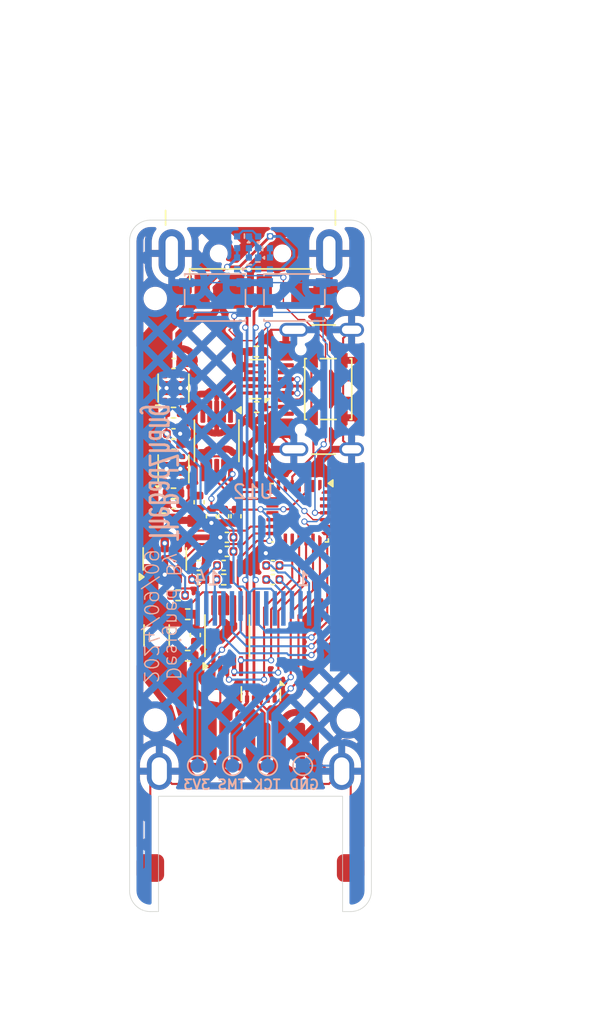
<source format=kicad_pcb>
(kicad_pcb (version 20240108) (generator "pcbnew") (generator_version "8.0")
  (layers (0 "F.Cu" signal) (31 "B.Cu" signal) (34 "B.Paste" user) (35 "F.Paste" user) (36 "B.SilkS" user "B.Silkscreen") (37 "F.SilkS" user "F.Silkscreen") (38 "B.Mask" user) (39 "F.Mask" user) (44 "Edge.Cuts" user))
  (net 0 "")
  (net 1 "+5V")
  (net 2 "VBUS")
  (net 3 "+3V3")
  (net 4 "/SDA2")
  (net 5 "/SCL2")
  (net 6 "GND")
  (net 7 "/SYS_SWDIO")
  (net 8 "/NRST")
  (net 9 "/D+")
  (net 10 "/D-")
  (net 11 "/ch217x/VOUT")
  (net 12 "/SYS_SWCLK")
  (net 13 "/D2+")
  (net 14 "Net-(J3-CC2)")
  (net 19 "/OLED_VCC")
  (net 20 "Net-(J3-CC1)")
  (net 21 "/D2-")
  (net 25 "/KEY1")
  (net 26 "/KEY2")
  (net 29 "/SCL")
  (net 31 "/UART_RX")
  (net 32 "Net-(U9-Vin-)")
  (net 33 "Net-(U9-Vin+)")
  (net 34 "Net-(U12-C2P)")
  (net 35 "Net-(U12-C2N)")
  (net 36 "Net-(U12-C1P)")
  (net 37 "Net-(U12-C1N)")
  (net 38 "Net-(U12-VCOMH)")
  (net 39 "Net-(U12-VCC)")
  (net 42 "Net-(U10-PG)")
  (net 43 "Net-(U11-ISET)")
  (net 44 "Net-(U12-IREF)")
  (net 45 "Net-(U8-D2+)")
  (net 46 "Net-(U8-D2-)")
  (net 47 "Net-(U14-PG)")
  (net 48 "/WS2812_OUT")
  (net 49 "/SDA")
  (net 53 "/UART_TX")
  (net 54 "/OLED_RST")
  (net 55 "/~{INA226_ALERT}")
  (net 56 "/CH217_FLAG")
  (net 57 "/~{CH217_EN}")
  (net 58 "Net-(D2-DOUT)")
  (net 59 "Net-(U3-D1+)")
  (net 60 "Net-(U3-D1-)")
  (net 61 "Net-(D3-DOUT)")
  (net 62 "Net-(D4-DOUT)")
  (footprint "Capacitor_SMD:C_0402_1005Metric" (layer "F.Cu") (at 110.617 93.218)
    (property "Reference" "C8" (hide yes))
    (property "Value" "1uF")
  )
  (footprint "Capacitor_SMD:C_0402_1005Metric" (layer "F.Cu") (at 107.95 88.646 -90)
    (property "Reference" "C2" (hide yes))
    (property "Value" "0.1uF")
  )
  (footprint "Capacitor_SMD:C_0402_1005Metric" (layer "F.Cu") (at 105.255 93.218)
    (property "Reference" "C13" (hide yes))
    (property "Value" "0.1uF")
  )
  (footprint "Connector_USB:USB_C_Receptacle_GCT_USB4105-xx-A_16P_TopMnt_Horizontal" (layer "F.Cu") (at 115.2398 79.48 90)
    (property "Reference" "J3" (hide yes))
    (property "Value" "USB_C_Receptacle_USB2.0_16P")
  )
  (footprint "Resistor_SMD:R_0402_1005Metric" (layer "F.Cu") (at 103.4288 81.153)
    (property "Reference" "R12" (hide yes))
    (property "Value" "5.1k")
  )
  (footprint "Capacitor_SMD:C_0402_1005Metric" (layer "F.Cu") (at 106.172 88.646 -90)
    (property "Reference" "C26" (hide yes))
    (property "Value" "2.2uF")
  )
  (footprint "Resistor_SMD:R_1206_3216Metric" (layer "F.Cu") (at 102.2078 97.23 -90)
    (property "Reference" "R4" (hide yes))
    (property "Value" "20mR")
  )
  (footprint "Resistor_SMD:R_0402_1005Metric" (layer "F.Cu") (at 109.4486 80.7466 180)
    (property "Reference" "R2" (hide yes))
    (property "Value" "5.1k")
  )
  (footprint "Resistor_SMD:R_0402_1005Metric" (layer "F.Cu") (at 104.4578 95.73)
    (property "Reference" "R3" (hide yes))
    (property "Value" "68R")
  )
  (footprint "Capacitor_SMD:C_0402_1005Metric" (layer "F.Cu") (at 103.4288 77.597)
    (property "Reference" "C19" (hide yes))
    (property "Value" "10uF")
  )
  (footprint "Package_SON:WSON-6-1EP_2x2mm_P0.65mm_EP1x1.6mm_ThermalVias" (layer "F.Cu") (at 103.4288 79.375 90)
    (property "Reference" "U14" (hide yes))
    (property "Value" "LP5912-3.3DRV")
  )
  (footprint "my_connector:C2763021" (layer "F.Cu") (at 109 109.58)
    (property "Reference" "J2" (hide yes))
    (property "Value" "USB_A")
  )
  (footprint "Package_SON:WSON-6-1EP_2x2mm_P0.65mm_EP1x1.6mm_ThermalVias" (layer "F.Cu") (at 103.4288 85.217 90)
    (property "Reference" "U10" (hide yes))
    (property "Value" "LP5912-3.3DRV")
  )
  (footprint "Connector_USB:USB_A_CNCTech_1001-011-01101_Horizontal" (layer "F.Cu") (at 109 62.738 90)
    (property "Reference" "J1" (hide yes))
    (property "Value" "USB_A")
  )
  (footprint "Resistor_SMD:R_0402_1005Metric" (layer "F.Cu") (at 103.4288 86.995)
    (property "Reference" "R6" (hide yes))
    (property "Value" "5.1k")
  )
  (footprint "my_footprint:KEY-SMD_4P-L4.2-W3.4-P2.15-LS4.5-TL" (layer "F.Cu") (at 114.554 79.502 -90)
    (property "Reference" "SW5" (hide yes))
    (property "Value" "SW_Push")
  )
  (footprint "Package_SO:VSSOP-10_3x3mm_P0.5mm" (layer "F.Cu") (at 107.315 97.282 90)
    (property "Reference" "U9" (hide yes))
    (property "Value" "INA228")
  )
  (footprint "Resistor_SMD:R_0402_1005Metric" (layer "F.Cu") (at 103.759 94.361)
    (property "Reference" "R7" (hide yes))
    (property "Value" "100k")
  )
  (footprint "my_connector:mountinghold_nopad_m1.4" (layer "F.Cu") (at 116.078 103.378)
    (property "Reference" "H4" (hide yes))
    (property "Value" "MountingHole")
  )
  (footprint "Capacitor_SMD:C_0402_1005Metric" (layer "F.Cu") (at 110.617 92.202)
    (property "Reference" "C7" (hide yes))
    (property "Value" "1uF")
  )
  (footprint "Package_SON:USON-10_2.5x1.0mm_P0.5mm" (layer "F.Cu") (at 109.75 101.477 -90)
    (property "Reference" "U3" (hide yes))
    (property "Value" "TPD4E05U06DQA")
  )
  (footprint "Capacitor_SMD:C_0402_1005Metric" (layer "F.Cu") (at 103.4288 83.439)
    (property "Reference" "C4" (hide yes))
    (property "Value" "10uF")
  )
  (footprint "my_connector:mountinghold_nopad_m1.4" (layer "F.Cu") (at 116.078 72.898)
    (property "Reference" "H2" (hide yes))
    (property "Value" "MountingHole")
  )
  (footprint "Capacitor_SMD:C_0402_1005Metric" (layer "F.Cu") (at 107.2896 90.17 180)
    (property "Reference" "C10" (hide yes))
    (property "Value" "4.7uF")
  )
  (footprint "my_connector:mountinghold_nopad_m1.4" (layer "F.Cu") (at 102.108 72.898)
    (property "Reference" "H1" (hide yes))
    (property "Value" "MountingHole")
  )
  (footprint "Capacitor_SMD:C_0402_1005Metric" (layer "F.Cu") (at 105.283 87.63 90)
    (property "Reference" "C1" (hide yes))
    (property "Value" "0.1uF")
  )
  (footprint "Capacitor_SMD:C_0402_1005Metric" (layer "F.Cu") (at 103.4288 82.677)
    (property "Reference" "C20" (hide yes))
    (property "Value" "4.7uF")
  )
  (footprint "Package_DFN_QFN:QFN-28_4x4mm_P0.5mm" (layer "F.Cu") (at 112.522 88.392 -90)
    (property "Reference" "U2" (hide yes))
    (property "Value" "STM32G031G8Ux")
  )
  (footprint "Capacitor_SMD:C_0402_1005Metric" (layer "F.Cu") (at 107.061 88.646 -90)
    (property "Reference" "C25" (hide yes))
    (property "Value" "100nF")
  )
  (footprint "Capacitor_SMD:C_0402_1005Metric" (layer "F.Cu") (at 107.2896 91.186 180)
    (property "Reference" "C9" (hide yes))
    (property "Value" "0.1uF")
  )
  (footprint "Resistor_SMD:R_0402_1005Metric" (layer "F.Cu") (at 107.061 93.218 180)
    (property "Reference" "R8" (hide yes))
    (property "Value" "560K")
  )
  (footprint "Resistor_SMD:R_0402_1005Metric" (layer "F.Cu") (at 104.4578 98.73)
    (property "Reference" "R5" (hide yes))
    (property "Value" "68R")
  )
  (footprint "Resistor_SMD:R_0402_1005Metric" (layer "F.Cu") (at 109.4232 76.7334 180)
    (property "Reference" "R1" (hide yes))
    (property "Value" "5.1k")
  )
  (footprint "Capacitor_SMD:C_0603_1608Metric" (layer "F.Cu") (at 102.7078 88.93 180)
    (property "Reference" "C6" (hide yes))
    (property "Value" "10uF")
  )
  (footprint "Package_SON:USON-10_2.5x1.0mm_P0.5mm" (layer "F.Cu") (at 109.4486 78.7306 180)
    (property "Reference" "U8" (hide yes))
    (property "Value" "TPD4E05U06DQA")
  )
  (footprint "Capacitor_SMD:C_0402_1005Metric" (layer "F.Cu") (at 105.255 92.202)
    (property "Reference" "C12" (hide yes))
    (property "Value" "4.7uF")
  )
  (footprint "my_connector:mountinghold_nopad_m1.4" (layer "F.Cu") (at 102.108 103.378)
    (property "Reference" "H3" (hide yes))
    (property "Value" "MountingHole")
  )
  (footprint "Package_SO:MSOP-10_3x3mm_P0.5mm" (layer "F.Cu") (at 106.553 83.185 -90)
    (property "Reference" "U7" (hide yes))
    (property "Value" "CH340E")
  )
  (footprint "Package_TO_SOT_SMD:TSOT-23-6" (layer "F.Cu") (at 102.7938 91.73 90)
    (property "Reference" "U11" (hide yes))
    (property "Value" "CH217K")
  )
  (footprint "Capacitor_SMD:C_0402_1005Metric" (layer "F.Cu") (at 105.0078 97.23 -90)
    (property "Reference" "C3" (hide yes))
    (property "Value" "100nF")
  )
  (footprint "Capacitor_SMD:C_0402_1005Metric" (layer "F.Cu") (at 103.4288 87.73)
    (property "Reference" "C5" (hide yes))
    (property "Value" "4.7uF")
  )
  (footprint "Capacitor_SMD:C_0402_1005Metric" (layer "F.Cu") (at 107.061 92.202)
    (property "Reference" "C11" (hide yes))
    (property "Value" "2.2uF")
  )
  (footprint "my_footprint:ws2812-1010" (layer "B.Cu") (at 109.982 68.834 90)
    (property "Reference" "D4" (hide yes))
    (property "Value" "WS2812B-2020")
  )
  (footprint "TestPoint:TestPoint_Pad_D1.0mm" (layer "B.Cu") (at 112.776 106.68 180)
    (property "Reference" "TP1" (hide yes))
    (property "Value" "TestPoint")
  )
  (footprint "TestPoint:TestPoint_Pad_D1.0mm" (layer "B.Cu") (at 110.236 106.68 180)
    (property "Reference" "TP3" (hide yes))
    (property "Value" "TestPoint")
  )
  (footprint "my_footprint:ws2812-1010" (layer "B.Cu") (at 108.458 68.834 -90)
    (property "Reference" "D3" (hide yes))
    (property "Value" "WS2812B-2020")
  )
  (footprint "TestPoint:TestPoint_Pad_D1.0mm" (layer "B.Cu") (at 105.156 106.68 180)
    (property "Reference" "TP2" (hide yes))
    (property "Value" "TestPoint")
  )
  (footprint "TestPoint:TestPoint_Pad_D1.0mm" (layer "B.Cu") (at 107.696 106.68 180)
    (property "Reference" "TP4" (hide yes))
    (property "Value" "TestPoint")
  )
  (footprint "my_footprint:iic_oled_12864_ssd1312_2" (layer "B.Cu") (at 109.1946 89.408 180)
    (property "Reference" "U12")
    (property "Value" "~")
  )
  (footprint "my_footprint:KEY-SMD_4P-L4.2-W3.4-P2.15-LS4.5-TL" (layer "B.Cu") (at 112.1208 72.898 180)
    (property "Reference" "SW3" (hide yes))
    (property "Value" "SW_Push")
  )
  (footprint "my_footprint:ws2812-1010" (layer "B.Cu") (at 108.458 70.358 180)
    (property "Reference" "D2" (hide yes))
    (property "Value" "WS2812B-2020")
  )
  (footprint "my_footprint:ws2812-1010" (layer "B.Cu") (at 109.982 70.358)
    (property "Reference" "D5" (hide yes))
    (property "Value" "WS2812B-2020")
  )
  (footprint "my_footprint:KEY-SMD_4P-L4.2-W3.4-P2.15-LS4.5-TL" (layer "B.Cu") (at 106.3804 72.898 180)
    (property "Reference" "SW4" (hide yes))
    (property "Value" "SW_Push")
  )
  (gr_poly (pts (xy 101.0158 92.202) (xy 102.235 92.202) (xy 102.235 94.107) (xy 102.743 95.123) (xy 104.2924 95.123) (xy 104.2924 96.52) (xy 101.219 96.52) (xy 101.0158 95.885)) (stroke (width 0.2)) (fill solid) (layer "F.Cu") (net 11))
  (gr_poly (pts (xy 101.0158 76.835) (xy 102.616 75.057) (xy 103.251 75.184) (xy 103.251 77.216) (xy 103.251 77.851) (xy 102.87 78.232) (xy 102.87 78.5622) (xy 102.362 78.5622) (xy 102.235 78.74) (xy 102.235 83.2612) (xy 103.0986 83.2612) (xy 103.0986 83.6168) (xy 102.87 83.947) (xy 102.87 84.4042) (xy 102.362 84.4042) (xy 102.235 84.582) (xy 102.235 88.138) (xy 102.616 88.519) (xy 102.616 89.408) (xy 102.235 89.662) (xy 102.235 91.567) (xy 101.0158 91.567)) (stroke (width 0.2)) (fill solid) (layer "F.Cu") (net 2))
  (gr_poly (pts (xy 104.775 106.172) (xy 106.453 106.172) (xy 106.453 102.87) (xy 104.902 102.616) (xy 104.2924 101.473) (xy 104.2924 98.171) (xy 101.219 98.171) (xy 101.219 99.187) (xy 103.632 102.235)) (stroke (width 0.2)) (fill solid) (layer "F.Cu") (net 1))
  (gr_arc (start 117.75 115.73) (mid 117.31066 116.79066) (end 116.25 117.23) (stroke (width 0.05)) (layer "Edge.Cuts"))
  (gr_line (start 117.75 115.73) (end 117.75 68.73) (stroke (width 0.05)) (layer "Edge.Cuts"))
  (gr_line (start 116.25 117.23) (end 115.6622 117.23) (stroke (width 0.05)) (layer "Edge.Cuts"))
  (gr_line (start 102.3422 108.89) (end 115.6622 108.89) (stroke (width 0.05)) (layer "Edge.Cuts"))
  (gr_line (start 115.6622 117.23) (end 115.6622 108.89) (stroke (width 0.05)) (layer "Edge.Cuts"))
  (gr_arc (start 101.75 117.23) (mid 100.68934 116.79066) (end 100.25 115.73) (stroke (width 0.05)) (layer "Edge.Cuts"))
  (gr_arc (start 116.25 67.23) (mid 117.31066 67.66934) (end 117.75 68.73) (stroke (width 0.05)) (layer "Edge.Cuts"))
  (gr_arc (start 100.25 68.73) (mid 100.68934 67.66934) (end 101.75 67.23) (stroke (width 0.05)) (layer "Edge.Cuts"))
  (gr_line (start 102.3422 117.225) (end 101.75 117.23) (stroke (width 0.05)) (layer "Edge.Cuts"))
  (gr_line (start 116.25 67.23) (end 101.75 67.23) (stroke (width 0.05)) (layer "Edge.Cuts"))
  (gr_line (start 100.25 68.73) (end 100.25 115.73) (stroke (width 0.05)) (layer "Edge.Cuts"))
  (gr_line (start 102.3422 108.89) (end 102.3422 117.225) (stroke (width 0.05)) (layer "Edge.Cuts"))
  (gr_text "GND" (at 114.046 108.458 0) (layer "B.SilkS") (effects (font (size 0.7 0.7) (thickness 0.14) (bold yes)) (justify left bottom mirror)))
  (gr_text "3V3" (at 106.172 108.458 0) (layer "B.SilkS") (effects (font (size 0.7 0.7) (thickness 0.14) (bold yes)) (justify left bottom mirror)))
  (gr_text "TMS" (at 108.712 108.458 0) (layer "B.SilkS") (effects (font (size 0.7 0.7) (thickness 0.14) (bold yes)) (justify left bottom mirror)))
  (gr_text "TheBadZhang" (at 101.473 90.551 -90) (layer "B.SilkS") (effects (font (size 2 1) (thickness 0.2) (bold yes)) (justify left bottom mirror)))
  (gr_text "Designed By\n2024/09/09" (at 101.219 95.885 -90) (layer "B.SilkS") (effects (font (size 1 1) (thickness 0.1)) (justify bottom mirror)))
  (gr_text "TCK" (at 111.252 108.458 0) (layer "B.SilkS") (effects (font (size 0.7 0.7) (thickness 0.14) (bold yes)) (justify left bottom mirror)))
  (segment (start 110.4265 68.3895) (end 108.204 70.612) (width 0.2) (layer "F.Cu") (net 2))
  (segment (start 103.7013 83.952) (end 102.7734 83.952) (width 0.1) (layer "F.Cu") (net 2))
  (segment (start 108.204 70.612) (end 107.315 70.612) (width 0.2) (layer "F.Cu") (net 2))
  (segment (start 107.276 70.612) (end 107.315 70.612) (width 0.2) (layer "F.Cu") (net 2))
  (segment (start 103.7013 78.11) (end 103.4618 78.11) (width 0.1) (layer "F.Cu") (net 2))
  (segment (start 102.7734 83.952) (end 102.1334 83.312) (width 0.1) (layer "F.Cu") (net 2))
  (segment (start 104.0788 84.3295) (end 103.7013 83.952) (width 0.1) (layer "F.Cu") (net 2))
  (segment (start 103.4618 78.11) (end 102.9488 77.597) (width 0.1) (layer "F.Cu") (net 2))
  (segment (start 105.5 72.388) (end 107.276 70.612) (width 0.2) (layer "F.Cu") (net 2))
  (segment (start 104.0788 78.4875) (end 103.7013 78.11) (width 0.1) (layer "F.Cu") (net 2))
  (segment (start 105.6946 72.388) (end 102.9488 75.1338) (width 0.8) (layer "F.Cu") (net 2))
  (segment (start 102.9488 75.1338) (end 102.9488 77.597) (width 0.8) (layer "F.Cu") (net 2))
  (via (at 107.315 70.612) (size 0.45) (drill 0.3) (layers "F.Cu" "B.Cu") (net 2))
  (via (at 110.4265 68.3895) (size 0.45) (drill 0.3) (layers "F.Cu" "B.Cu") (net 2))
  (segment (start 107.354 70.612) (end 107.315 70.612) (width 0.2) (layer "B.Cu") (net 2))
  (segment (start 112.141 69.41834) (end 111.13166 68.409) (width 0.2) (layer "B.Cu") (net 2))
  (segment (start 108.033 69.933) (end 107.354 70.612) (width 0.2) (layer "B.Cu") (net 2))
  (segment (start 111.13166 68.409) (end 110.407 68.409) (width 0.2) (layer "B.Cu") (net 2))
  (segment (start 110.407 70.783) (end 111.21566 70.783) (width 0.2) (layer "B.Cu") (net 2))
  (segment (start 111.21566 70.783) (end 112.141 69.85766) (width 0.2) (layer "B.Cu") (net 2))
  (segment (start 108.033 69.259) (end 108.033 69.933) (width 0.2) (layer "B.Cu") (net 2))
  (segment (start 112.141 69.85766) (end 112.141 69.41834) (width 0.2) (layer "B.Cu") (net 2))
  (segment (start 102.7788 86.855) (end 102.9188 86.995) (width 0.15) (layer "F.Cu") (net 3))
  (segment (start 108.315 96.917006) (end 106.934006 98.298) (width 0.15) (layer "F.Cu") (net 3))
  (segment (start 106.19 84.31) (end 106.053 84.447) (width 0.15) (layer "F.Cu") (net 3))
  (segment (start 105.397999 88.265) (end 103.4838 88.265) (width 0.15) (layer "F.Cu") (net 3))
  (segment (start 108.077 91.821) (end 109.474 90.424) (width 0.15) (layer "F.Cu") (net 3))
  (segment (start 107.553 85.2975) (end 107.553 84.611344) (width 0.15) (layer "F.Cu") (net 3))
  (segment (start 109.474 90.424) (end 110.363 90.424) (width 0.15) (layer "F.Cu") (net 3))
  (segment (start 109.7 88.166) (end 109.728 88.138) (width 0.15) (layer "F.Cu") (net 3))
  (segment (start 102.9488 87.025) (end 102.9488 87.73) (width 0.15) (layer "F.Cu") (net 3))
  (segment (start 107.553 85.2975) (end 107.553 86.109999) (width 0.15) (layer "F.Cu") (net 3))
  (segment (start 102.7788 86.1045) (end 102.7788 86.855) (width 0.15) (layer "F.Cu") (net 3))
  (segment (start 107.95 88.166) (end 107.061 88.166) (width 0.15) (layer "F.Cu") (net 3))
  (segment (start 107.95 88.166) (end 109.7 88.166) (width 0.15) (layer "F.Cu") (net 3))
  (segment (start 105.283 88.11) (end 106.37 88.11) (width 0.15) (layer "F.Cu") (net 3))
  (segment (start 107.696 85.598) (end 107.696 85.4405) (width 0.15) (layer "F.Cu") (net 3))
  (segment (start 103.4838 88.265) (end 102.9488 87.73) (width 0.15) (layer "F.Cu") (net 3))
  (segment (start 108.077 93.726) (end 108.077 91.821) (width 0.15) (layer "F.Cu") (net 3))
  (segment (start 106.172 88.166) (end 106.172 87.376) (width 0.15) (layer "F.Cu") (net 3))
  (segment (start 113.022 86.891999) (end 111.775999 88.138) (width 0.15) (layer "F.Cu") (net 3))
  (segment (start 108.315 95.082) (end 108.315 93.964) (width 0.15) (layer "F.Cu") (net 3))
  (segment (start 107.061 88.166) (end 106.172 88.166) (width 0.15) (layer "F.Cu") (net 3))
  (segment (start 106.37 88.11) (end 106.426 88.166) (width 0.15) (layer "F.Cu") (net 3))
  (segment (start 107.251656 84.31) (end 106.19 84.31) (width 0.15) (layer "F.Cu") (net 3))
  (segment (start 107.553 84.611344) (end 107.251656 84.31) (width 0.15) (layer "F.Cu") (net 3))
  (segment (start 111.775999 88.138) (end 111.378998 88.138) (width 0.15) (layer "F.Cu") (net 3))
  (segment (start 108.315 95.082) (end 108.315 96.917006) (width 0.15) (layer "F.Cu") (net 3))
  (segment (start 107.696 85.4405) (end 107.553 85.2975) (width 0.15) (layer "F.Cu") (net 3))
  (segment (start 113.022 86.4545) (end 113.022 86.891999) (width 0.15) (layer "F.Cu") (net 3))
  (segment (start 102.9188 86.995) (end 102.9488 87.025) (width 0.15) (layer "F.Cu") (net 3))
  (segment (start 108.315 93.964) (end 108.077 93.726) (width 0.15) (layer "F.Cu") (net 3))
  (segment (start 106.053 84.447) (end 106.053 85.2975) (width 0.15) (layer "F.Cu") (net 3))
  (via (at 110.363 90.424) (size 0.45) (drill 0.3) (layers "F.Cu" "B.Cu") (net 3))
  (via (at 107.696 85.598) (size 0.45) (drill 0.3) (layers "F.Cu" "B.Cu") (net 3))
  (via (at 106.934006 98.298) (size 0.45) (drill 0.3) (layers "F.Cu" "B.Cu") (net 3))
  (via (at 109.728 88.138) (size 0.45) (drill 0.3) (layers "F.Cu" "B.Cu") (net 3))
  (via (at 106.172 87.376) (size 0.45) (drill 0.3) (layers "F.Cu" "B.Cu") (net 3))
  (via (at 111.378998 88.138) (size 0.45) (drill 0.3) (layers "F.Cu" "B.Cu") (net 3))
  (segment (start 110.363 90.424) (end 110.363 88.773) (width 0.15) (layer "B.Cu") (net 3))
  (segment (start 106.172 87.122) (end 107.696 85.598) (width 0.15) (layer "B.Cu") (net 3))
  (segment (start 105.156 106.68) (end 105.156 100.076006) (width 0.15) (layer "B.Cu") (net 3))
  (segment (start 106.172 87.376) (end 106.172 87.122) (width 0.15) (layer "B.Cu") (net 3))
  (segment (start 105.156 100.076006) (end 106.934006 98.298) (width 0.15) (layer "B.Cu") (net 3))
  (segment (start 110.363 88.773) (end 109.728 88.138) (width 0.15) (layer "B.Cu") (net 3))
  (segment (start 109.728 88.138) (end 111.378998 88.138) (width 0.15) (layer "B.Cu") (net 3))
  (segment (start 111.017 95.485) (end 111.017 99.93) (width 0.15) (layer "F.Cu") (net 4))
  (segment (start 113.022 93.48) (end 111.017 95.485) (width 0.15) (layer "F.Cu") (net 4))
  (segment (start 113.022 90.3295) (end 113.022 93.48) (width 0.15) (layer "F.Cu") (net 4))
  (segment (start 111.017 99.93) (end 110.998 99.949) (width 0.15) (layer "F.Cu") (net 4))
  (via (at 110.998 99.949) (size 0.45) (drill 0.3) (layers "F.Cu" "B.Cu") (net 4))
  (via (at 107.823 99.8728) (size 0.45) (drill 0.3) (layers "F.Cu" "B.Cu") (net 4))
  (segment (start 107.8992 99.949) (end 110.998 99.949) (width 0.15) (layer "B.Cu") (net 4))
  (segment (start 107.823 99.8728) (end 107.8992 99.949) (width 0.15) (layer "B.Cu") (net 4))
  (segment (start 110.49 99.059994) (end 110.489994 99.06) (width 0.15) (layer "F.Cu") (net 5))
  (segment (start 112.522 93.345) (end 110.49 95.377) (width 0.15) (layer "F.Cu") (net 5))
  (segment (start 110.49 95.377) (end 110.49 99.059994) (width 0.15) (layer "F.Cu") (net 5))
  (segment (start 112.522 90.3295) (end 112.522 93.345) (width 0.15) (layer "F.Cu") (net 5))
  (via (at 110.489994 99.06) (size 0.45) (drill 0.3) (layers "F.Cu" "B.Cu") (net 5))
  (via (at 108.3056 99.06) (size 0.45) (drill 0.3) (layers "F.Cu" "B.Cu") (net 5))
  (segment (start 108.3056 99.06) (end 110.489994 99.06) (width 0.15) (layer "B.Cu") (net 5))
  (segment (start 114.68 108) (end 108.204 108) (width 0.15) (layer "F.Cu") (net 6))
  (segment (start 108.9386 81.066599) (end 107.945199 82.06) (width 0.15) (layer "F.Cu") (net 6))
  (segment (start 103.9088 87.73) (end 104.188799 87.73) (width 0.15) (layer "F.Cu") (net 6))
  (segment (start 103.6788 89.126) (end 106.172 89.126) (width 0.15) (layer "F.Cu") (net 6))
  (segment (start 106.172 89.126) (end 106.172 89.126004) (width 0.15) (layer "F.Cu") (net 6))
  (segment (start 103.4828 88.93) (end 103.6788 89.126) (width 0.15) (layer "F.Cu") (net 6))
  (segment (start 115.701 75.7738) (end 116.3148 75.16) (width 0.15) (layer "F.Cu") (net 6))
  (segment (start 115.701 83.1862) (end 116.3148 83.8) (width 0.15) (layer "F.Cu") (net 6))
  (segment (start 109.75 101.092) (end 109.75 101.862) (width 0.15) (layer "F.Cu") (net 6))
  (segment (start 104.4688 78.157) (end 104.4688 78.835) (width 0.1) (layer "F.Cu") (net 6))
  (segment (start 105.283 87.15) (end 104.768799 87.15) (width 0.15) (layer "F.Cu") (net 6))
  (segment (start 105.087 93.866) (end 103.744 93.866) (width 0.15) (layer "F.Cu") (net 6))
  (segment (start 108.788601 78.7306) (end 108.6104 78.552399) (width 0.15) (layer "F.Cu") (net 6))
  (segment (start 107.541 91.9174) (end 106.8096 91.186) (width 0.1) (layer "F.Cu") (net 6))
  (segment (start 105.735 92.202) (end 105.735 93.218) (width 0.15) (layer "F.Cu") (net 6))
  (segment (start 103.32 108) (end 102.4 107.08) (width 0.15) (layer "F.Cu") (net 6))
  (segment (start 106.751 91.186) (end 105.735 92.202) (width 0.15) (layer "F.Cu") (net 6))
  (segment (start 106.172004 89.126) (end 106.172 89.126004) (width 0.15) (layer "F.Cu") (net 6))
  (segment (start 112.1348 83.8) (end 112.1348 83.255) (width 0.15) (layer "F.Cu") (net 6))
  (segment (start 103.249 94.361) (end 102.793794 93.905794) (width 0.15) (layer "F.Cu") (net 6))
  (segment (start 106.553 81.884999) (end 105.760999 82.677) (width 0.15) (layer "F.Cu") (net 6))
  (segment (start 111.5598 75.735) (end 112.1348 75.16) (width 0.15) (layer "F.Cu") (net 6))
  (segment (start 104.4538 82.132) (end 104.4538 79.9) (width 0.15) (layer "F.Cu") (net 6))
  (segment (start 107.95 89.126) (end 106.172004 89.126) (width 0.15) (layer "F.Cu") (net 6))
  (segment (start 105.760999 82.677) (end 103.9088 82.677) (width 0.15) (layer "F.Cu") (net 6))
  (segment (start 114.739001 83.8) (end 116.3148 83.8) (width 0.15) (layer "F.Cu") (net 6))
  (segment (start 104.4538 79.9) (end 103.9288 79.375) (width 0.15) (layer "F.Cu") (net 6))
  (segment (start 107.541 93.188) (end 107.571 93.218) (width 0.1) (layer "F.Cu") (net 6))
  (segment (start 104.521 85.3592) (end 104.3788 85.217) (width 0.15) (layer "F.Cu") (net 6))
  (segment (start 106.854344 82.06) (end 106.553 81.758656) (width 0.15) (layer "F.Cu") (net 6))
  (segment (start 108.6104 78.552399) (end 108.6104 77.0362) (width 0.15) (layer "F.Cu") (net 6))
  (segment (start 106.315 99.482) (end 106.315 97.774) (width 0.15) (layer "F.Cu") (net 6))
  (segment (start 103.9088 83.439) (end 103.9088 82.677) (width 0.15) (layer "F.Cu") (net 6))
  (segment (start 106.315 97.774) (end 107.815 96.274) (width 0.15) (layer "F.Cu") (net 6))
  (segment (start 103.744 93.866) (end 103.249 94.361) (width 0.15) (layer "F.Cu") (net 6))
  (segment (start 104.188799 87.73) (end 104.521 87.397799) (width 0.15) (layer "F.Cu") (net 6))
  (segment (start 104.3419 78.0301) (end 103.9088 77.597) (width 0.1) (layer "F.Cu") (net 6))
  (segment (start 103.4288 84.3295) (end 103.4288 85.217) (width 0.1) (layer "F.Cu") (net 6))
  (segment (start 108.6104 77.0362) (end 108.9132 76.7334) (width 0.15) (layer "F.Cu") (net 6))
  (segment (start 109.0814 80.7466) (end 112.1348 83.8) (width 0.15) (layer "F.Cu") (net 6))
  (segment (start 114.625 107.08) (end 115.6 107.08) (width 0.15) (layer "F.Cu") (net 6))
  (segment (start 112.522 86.017001) (end 114.739001 83.8) (width 0.15) (layer "F.Cu") (net 6))
  (segment (start 106.553 81.758656) (end 106.553 81.0725) (width 0.15) (layer "F.Cu") (net 6))
  (segment (start 106.553 81.0725) (end 106.553 81.884999) (width 0.15) (layer "F.Cu") (net 6))
  (segment (start 107.541 92.202) (end 107.541 93.188) (width 0.1) (layer "F.Cu") (net 6))
  (segment (start 109.75 102.205) (end 112.5 104.955) (width 0.15) (layer "F.Cu") (net 6))
  (segment (start 112.5 104.955) (end 114.625 107.08) (width 0.15) (layer "F.Cu") (net 6))
  (segment (start 112.1348 83.255) (end 111.5598 82.68) (width 0.15) (layer "F.Cu") (net 6))
  (segment (start 104.768799 87.15) (end 104.521 87.397799) (width 0.15) (layer "F.Cu") (net 6))
  (segment (start 116.25 107.73) (end 116.25 114.08) (width 0.15) (layer "F.Cu") (net 6))
  (segment (start 115.6 107.08) (end 114.68 108) (width 0.15) (layer "F.Cu") (net 6))
  (segment (start 109.0636 78.7306) (end 108.788601 78.7306) (width 0.15) (layer "F.Cu") (net 6))
  (segment (start 109.8336 78.7306) (end 109.0636 78.7306) (width 0.15) (layer "F.Cu") (net 6))
  (segment (start 102.793794 93.905794) (end 102.793794 92.867494) (width 0.15) (layer "F.Cu") (net 6))
  (segment (start 115.701 77.371) (end 115.701 75.7738) (width 0.15) (layer "F.Cu") (net 6))
  (segment (start 102.7938 92.8675) (end 102.793794 92.867494) (width 0.15) (layer "F.Cu") (net 6))
  (segment (start 104.521 87.397799) (end 104.521 85.3592) (width 0.15) (layer "F.Cu") (net 6))
  (segment (start 107.945199 82.06) (end 106.854344 82.06) (width 0.15) (layer "F.Cu") (net 6))
  (segment (start 107.815 96.274) (end 107.815 95.082) (width 0.15) (layer "F.Cu") (net 6))
  (segment (start 108.204 108) (end 103.32 108) (width 0.15) (layer "F.Cu") (net 6))
  (segment (start 103.9088 82.677) (end 104.4538 82.132) (width 0.15) (layer "F.Cu") (net 6))
  (segment (start 108.9386 80.7466) (end 109.0814 80.7466) (width 0.15) (layer "F.Cu") (net 6))
  (segment (start 106.815 106.611) (end 108.204 108) (width 0.15) (layer "F.Cu") (net 6))
  (segment (start 107.541 92.202) (end 107.541 91.9174) (width 0.1) (layer "F.Cu") (net 6))
  (segment (start 111.5598 76.28) (end 111.5598 75.735) (width 0.15) (layer "F.Cu") (net 6))
  (segment (start 115.701 77.371) (end 115.701 81.521) (width 0.15) (layer "F.Cu") (net 6))
  (segment (start 110.4866 75.16) (end 112.1348 75.16) (width 0.15) (layer "F.Cu") (net 6))
  (segment (start 105.735 93.218) (end 105.087 93.866) (width 0.15) (layer "F.Cu") (net 6))
  (segment (start 108.9386 80.7466) (end 108.9386 81.066599) (width 0.15) (layer "F.Cu") (net 6))
  (segment (start 112.522 86.4545) (end 112.522 86.017001) (width 0.15) (layer "F.Cu") (net 6))
  (segment (start 106.809596 91.186) (end 106.751 91.186) (width 0.15) (layer "F.Cu") (net 6))
  (segment (start 115.6 107.08) (end 116.25 107.73) (width 0.15) (layer "F.Cu") (net 6))
  (segment (start 115.701 81.521) (end 115.701 83.1862) (width 0.15) (layer "F.Cu") (net 6))
  (segment (start 106.815 99.482) (end 106.315 99.482) (width 0.15) (layer "F.Cu") (net 6))
  (segment (start 102.4 107.08) (end 101.75 107.73) (width 0.15) (layer "F.Cu") (net 6))
  (segment (start 104.3419 78.0301) (end 104.4688 78.157) (width 0.1) (layer "F.Cu") (net 6))
  (segment (start 108.9132 76.7334) (end 110.4866 75.16) (width 0.15) (layer "F.Cu") (net 6))
  (segment (start 106.8096 91.186) (end 106.809596 91.186) (width 0.15) (layer "F.Cu") (net 6))
  (segment (start 106.815 99.482) (end 106.815 106.611) (width 0.15) (layer "F.Cu") (net 6))
  (segment (start 103.4288 78.4875) (end 103.4288 79.375) (width 0.1) (layer "F.Cu") (net 6))
  (segment (start 104.3788 85.217) (end 103.9788 85.217) (width 0.15) (layer "F.Cu") (net 6))
  (segment (start 101.75 107.73) (end 101.75 114.08) (width 0.15) (layer "F.Cu") (net 6))
  (segment (start 109.75 101.862) (end 109.75 102.205) (width 0.15) (layer "F.Cu") (net 6))
  (segment (start 104.4688 78.835) (end 103.9288 79.375) (width 0.1) (layer "F.Cu") (net 6))
  (segment (start 103.9288 79.375) (end 103.4288 79.375) (width 0.1) (layer "F.Cu") (net 6))
  (via (at 106.809596 91.186) (size 0.45) (drill 0.3) (layers "F.Cu" "B.Cu") (net 6))
  (via (at 103.908794 82.677) (size 0.45) (drill 0.3) (layers "F.Cu" "B.Cu") (net 6))
  (via (at 102.793794 92.867494) (size 0.45) (drill 0.3) (layers "F.Cu" "B.Cu") (net 6))
  (via (at 110.109 91.313) (size 0.45) (drill 0.3) (layers "F.Cu" "B.Cu") (net 6))
  (via (at 106.809602 90.17) (size 0.45) (drill 0.3) (layers "F.Cu" "B.Cu") (net 6))
  (via (at 108.883 70.783) (size 0.45) (drill 0.3) (layers "F.Cu" "B.Cu") (net 6))
  (via (at 106.172 89.126004) (size 0.45) (drill 0.3) (layers "F.Cu" "B.Cu") (net 6))
  (segment (start 112.1738 83.839) (end 112.1348 83.8) (width 0.15) (layer "B.Cu") (net 6))
  (segment (start 109.5196 96.398) (end 110.0226 96.901) (width 0.15) (layer "B.Cu") (net 6))
  (segment (start 106.172 89.532398) (end 106.809602 90.17) (width 0.15) (layer "B.Cu") (net 6))
  (segment (start 103.9288 85.217) (end 102.235 83.5232) (width 0.1) (layer "B.Cu") (net 6))
  (segment (start 114.046 96.266) (end 114.046 96.139) (width 0.15) (layer "B.Cu") (net 6))
  (segment (start 115.2 106.68) (end 115.6 107.08) (width 0.15) (layer "B.Cu") (net 6))
  (segment (start 116.3148 83.8) (end 116.2758 83.839) (width 0.15) (layer "B.Cu") (net 6))
  (segment (start 114.046 96.139) (end 114.046 93.472) (width 0.15) (layer "B.Cu") (net 6))
  (segment (start 109.557 69.933) (end 109.557 70.109) (width 0.15) (layer "B.Cu") (net 6))
  (segment (start 103.400794 82.169) (end 103.908794 82.677) (width 0.1) (layer "B.Cu") (net 6))
  (segment (start 109.557 70.109) (end 108.883 70.783) (width 0.15) (layer "B.Cu") (net 6))
  (segment (start 111.887 91.313) (end 110.109 91.313) (width 0.15) (layer "B.Cu") (net 6))
  (segment (start 114.2518 71.751) (end 110.1018 71.751) (width 0.1) (layer "B.Cu") (net 6))
  (segment (start 113.411 96.901) (end 114.046 96.266) (width 0.15) (layer "B.Cu") (net 6))
  (segment (start 113.03 106.68) (end 115.2 106.68) (width 0.15) (layer "B.Cu") (net 6))
  (segment (start 109.557 69.083) (end 108.883 68.409) (width 0.15) (layer "B.Cu") (net 6))
  (segment (start 109.5196 95.308) (end 109.5196 96.398) (width 0.15) (layer "B.Cu") (net 6))
  (segment (start 106.809602 90.17) (end 106.809602 91.185994) (width 0.15) (layer "B.Cu") (net 6))
  (segment (start 106.172 89.126004) (end 106.172 89.532398) (width 0.15) (layer "B.Cu") (net 6))
  (segment (start 108.5114 71.751) (end 104.3614 71.751) (width 0.1) (layer "B.Cu") (net 6))
  (segment (start 102.616 82.169) (end 102.235 82.55) (width 0.1) (layer "B.Cu") (net 6))
  (segment (start 110.0226 96.901) (end 113.284 96.901) (width 0.15) (layer "B.Cu") (net 6))
  (segment (start 112.014 91.44) (end 111.887 91.313) (width 0.15) (layer "B.Cu") (net 6))
  (segment (start 102.235 83.5232) (end 102.235 82.55) (width 0.1) (layer "B.Cu") (net 6))
  (segment (start 109.557 69.933) (end 109.557 69.259) (width 0.15) (layer "B.Cu") (net 6))
  (segment (start 106.809602 91.185994) (end 106.809596 91.186) (width 0.15) (layer "B.Cu") (net 6))
  (segment (start 102.616 82.169) (end 103.400794 82.169) (width 0.1) (layer "B.Cu") (net 6))
  (segment (start 109.557 69.259) (end 109.557 69.083) (width 0.15) (layer "B.Cu") (net 6))
  (segment (start 114.046 93.472) (end 112.014 91.44) (width 0.15) (layer "B.Cu") (net 6))
  (segment (start 113.284 96.901) (end 113.411 96.901) (width 0.15) (layer "B.Cu") (net 6))
  (segment (start 113.522 93.996) (end 113.522 90.3295) (width 0.15) (layer "F.Cu") (net 7))
  (segment (start 111.9124 100.2792) (end 111.9124 95.6056) (width 0.15) (layer "F.Cu") (net 7))
  (segment (start 111.9124 95.6056) (end 113.522 93.996) (width 0.15) (layer "F.Cu") (net 7))
  (via (at 111.9124 100.2792) (size 0.45) (drill 0.3) (layers "F.Cu" "B.Cu") (net 7))
  (segment (start 107.696 106.68) (end 107.696 104.4956) (width 0.15) (layer "B.Cu") (net 7))
  (segment (start 107.696 104.4956) (end 111.9124 100.2792) (width 0.15) (layer "B.Cu") (net 7))
  (segment (start 112.022 85.779392) (end 112.022 86.4545) (width 0.15) (layer "F.Cu") (net 8))
  (segment (start 113.551 81.521) (end 113.551 84.250392) (width 0.15) (layer "F.Cu") (net 8))
  (segment (start 113.551 84.250392) (end 112.022 85.779392) (width 0.15) (layer "F.Cu") (net 8))
  (segment (start 113.407 77.483) (end 113.407 81.633) (width 0.15) (layer "F.Cu") (net 8))
  (segment (start 110 72.388) (end 110 73.088) (width 0.2) (layer "F.Cu") (net 9))
  (segment (start 109.25 93.375) (end 109.25 101.092) (width 0.2) (layer "F.Cu") (net 9))
  (segment (start 109.25 74.875) (end 109.375 75) (width 0.2) (layer "F.Cu") (net 9))
  (segment (start 109.25 101.092) (end 109.25 101.862) (width 0.2) (layer "F.Cu") (net 9))
  (segment (start 110 102.892499) (end 110 104.955) (width 0.2) (layer "F.Cu") (net 9))
  (segment (start 110 73.088) (end 109.25 73.838) (width 0.2) (layer "F.Cu") (net 9))
  (segment (start 109.375 93.25) (end 109.25 93.375) (width 0.2) (layer "F.Cu") (net 9))
  (segment (start 109.25 102.142499) (end 110 102.892499) (width 0.2) (layer "F.Cu") (net 9))
  (segment (start 109.25 73.838) (end 109.25 74.875) (width 0.2) (layer "F.Cu") (net 9))
  (segment (start 109.25 101.862) (end 109.25 102.142499) (width 0.2) (layer "F.Cu") (net 9))
  (via (at 109.375 75) (size 0.45) (drill 0.3) (layers "F.Cu" "B.Cu") (net 9))
  (via (at 109.375 93.25) (size 0.45) (drill 0.3) (layers "F.Cu" "B.Cu") (net 9))
  (segment (start 109.25 75.125) (end 109.25 93.125) (width 0.2) (layer "B.Cu") (net 9))
  (segment (start 109.375 75) (end 109.25 75.125) (width 0.2) (layer "B.Cu") (net 9))
  (segment (start 109.25 93.125) (end 109.375 93.25) (width 0.2) (layer "B.Cu") (net 9))
  (segment (start 108.75 101.092) (end 108.75 101.862) (width 0.2) (layer "F.Cu") (net 10))
  (segment (start 108.75 101.862) (end 108.75 102.142499) (width 0.2) (layer "F.Cu") (net 10))
  (segment (start 108 72.388) (end 108 73.088) (width 0.2) (layer "F.Cu") (net 10))
  (segment (start 108 73.088) (end 108.75 73.838) (width 0.2) (layer "F.Cu") (net 10))
  (segment (start 108.75 93.375) (end 108.75 101.092) (width 0.2) (layer "F.Cu") (net 10))
  (segment (start 108.625 93.25) (end 108.75 93.375) (width 0.2) (layer "F.Cu") (net 10))
  (segment (start 108 102.892499) (end 108 104.955) (width 0.2) (layer "F.Cu") (net 10))
  (segment (start 108.75 74.875) (end 108.625 75) (width 0.2) (layer "F.Cu") (net 10))
  (segment (start 108.75 102.142499) (end 108 102.892499) (width 0.2) (layer "F.Cu") (net 10))
  (segment (start 108.75 73.838) (end 108.75 74.875) (width 0.2) (layer "F.Cu") (net 10))
  (via (at 108.625 93.25) (size 0.45) (drill 0.3) (layers "F.Cu" "B.Cu") (net 10))
  (via (at 108.625 75) (size 0.45) (drill 0.3) (layers "F.Cu" "B.Cu") (net 10))
  (segment (start 108.75 75.125) (end 108.75 93.125) (width 0.2) (layer "B.Cu") (net 10))
  (segment (start 108.75 93.125) (end 108.625 93.25) (width 0.2) (layer "B.Cu") (net 10))
  (segment (start 108.625 75) (end 108.75 75.125) (width 0.2) (layer "B.Cu") (net 10))
  (segment (start 107.315 94.357001) (end 107.099999 94.142) (width 0.15) (layer "F.Cu") (net 11))
  (segment (start 105.5358 94.142) (end 103.9478 95.73) (width 0.15) (layer "F.Cu") (net 11))
  (segment (start 107.099999 94.142) (end 105.5358 94.142) (width 0.15) (layer "F.Cu") (net 11))
  (segment (start 107.315 95.082) (end 107.315 94.357001) (width 0.15) (layer "F.Cu") (net 11))
  (segment (start 114.022 94.258) (end 112.4712 95.8088) (width 0.15) (layer "F.Cu") (net 12))
  (segment (start 112.4712 95.8088) (end 112.4712 100.5332) (width 0.15) (layer "F.Cu") (net 12))
  (segment (start 114.022 90.3895) (end 114.022 94.258) (width 0.15) (layer "F.Cu") (net 12))
  (segment (start 112.4712 100.5332) (end 111.9124 101.092) (width 0.15) (layer "F.Cu") (net 12))
  (via (at 111.9124 101.092) (size 0.45) (drill 0.3) (layers "F.Cu" "B.Cu") (net 12))
  (segment (start 110.236 102.7684) (end 111.9124 101.092) (width 0.15) (layer "B.Cu") (net 12))
  (segment (start 110.236 106.68) (end 110.236 102.7684) (width 0.15) (layer "B.Cu") (net 12))
  (segment (start 107.553 81.0725) (end 107.553 80.1276) (width 0.2) (layer "F.Cu") (net 13))
  (segment (start 111.5598 78.73) (end 112.385 78.73) (width 0.2) (layer "F.Cu") (net 13))
  (segment (start 111.5592 79.7306) (end 111.5598 79.73) (width 0.2) (layer "F.Cu") (net 13))
  (segment (start 109.8342 79.73) (end 109.8336 79.7306) (width 0.2) (layer "F.Cu") (net 13))
  (segment (start 112.369 79.73) (end 112.395 79.756) (width 0.2) (layer "F.Cu") (net 13))
  (segment (start 111.5598 79.73) (end 112.369 79.73) (width 0.2) (layer "F.Cu") (net 13))
  (segment (start 107.95 79.7306) (end 109.0636 79.7306) (width 0.2) (layer "F.Cu") (net 13))
  (segment (start 107.553 80.1276) (end 107.95 79.7306) (width 0.2) (layer "F.Cu") (net 13))
  (segment (start 109.0636 79.7306) (end 109.8336 79.7306) (width 0.2) (layer "F.Cu") (net 13))
  (segment (start 109.8336 79.7306) (end 111.5592 79.7306) (width 0.2) (layer "F.Cu") (net 13))
  (segment (start 112.385 78.73) (end 112.395 78.74) (width 0.2) (layer "F.Cu") (net 13))
  (via (at 112.395 79.756) (size 0.45) (drill 0.3) (layers "F.Cu" "B.Cu") (net 13))
  (via (at 112.395 78.74) (size 0.45) (drill 0.3) (layers "F.Cu" "B.Cu") (net 13))
  (segment (start 112.395 79.756) (end 112.395 78.74) (width 0.2) (layer "B.Cu") (net 13))
  (segment (start 110.9298 77.73) (end 111.5598 77.73) (width 0.15) (layer "F.Cu") (net 14))
  (segment (start 109.9332 76.7334) (end 110.9298 77.73) (width 0.15) (layer "F.Cu") (net 14))
  (segment (start 102.9188 80.4025) (end 102.9188 81.153) (width 0.15) (layer "F.Cu") (net 19))
  (segment (start 102.7788 80.2625) (end 102.9188 80.4025) (width 0.15) (layer "F.Cu") (net 19))
  (segment (start 102.948802 82.677002) (end 102.948802 82.677004) (width 0.15) (layer "F.Cu") (net 19))
  (segment (start 102.9488 82.677) (end 102.948802 82.677002) (width 0.15) (layer "F.Cu") (net 19))
  (segment (start 102.9188 81.153) (end 102.9188 82.647002) (width 0.15) (layer "F.Cu") (net 19))
  (segment (start 102.9188 82.647002) (end 102.948802 82.677004) (width 0.15) (layer "F.Cu") (net 19))
  (segment (start 107.7696 91.186) (end 107.769594 91.186) (width 0.15) (layer "F.Cu") (net 19))
  (via (at 102.948802 82.677004) (size 0.45) (drill 0.3) (layers "F.Cu" "B.Cu") (net 19))
  (via (at 107.769592 90.17) (size 0.45) (drill 0.3) (layers "F.Cu" "B.Cu") (net 19))
  (via (at 107.769594 91.186) (size 0.45) (drill 0.3) (layers "F.Cu" "B.Cu") (net 19))
  (segment (start 102.948802 82.677004) (end 105.385899 85.114101) (width 0.15) (layer "B.Cu") (net 19))
  (segment (start 107.769594 91.186) (end 107.769594 93.418594) (width 0.15) (layer "B.Cu") (net 19))
  (segment (start 107.769606 89.608606) (end 107.769606 91.185988) (width 0.15) (layer "B.Cu") (net 19))
  (segment (start 106.553 88.392) (end 107.769606 89.608606) (width 0.15) (layer "B.Cu") (net 19))
  (segment (start 109.2346 93.883) (end 110.4746 93.883) (width 0.15) (layer "B.Cu") (net 19))
  (segment (start 108.8996 94.218) (end 109.2346 93.883) (width 0.15) (layer "B.Cu") (net 19))
  (segment (start 108.077 93.726) (end 108.4576 93.726) (width 0.15) (layer "B.Cu") (net 19))
  (segment (start 108.4576 93.726) (end 108.8996 94.168) (width 0.15) (layer "B.Cu") (net 19))
  (segment (start 108.8996 95.308) (end 108.8996 94.218) (width 0.15) (layer "B.Cu") (net 19))
  (segment (start 107.769606 91.185988) (end 107.769594 91.186) (width 0.15) (layer "B.Cu") (net 19))
  (segment (start 106.045 88.392) (end 106.553 88.392) (width 0.15) (layer "B.Cu") (net 19))
  (segment (start 108.8996 94.168) (end 108.8996 95.308) (width 0.15) (layer "B.Cu") (net 19))
  (segment (start 105.385899 87.732899) (end 106.045 88.392) (width 0.15) (layer "B.Cu") (net 19))
  (segment (start 110.7596 94.168) (end 110.7596 95.308) (width 0.15) (layer "B.Cu") (net 19))
  (segment (start 105.385899 85.114101) (end 105.385899 87.732899) (width 0.15) (layer "B.Cu") (net 19))
  (segment (start 107.769594 93.418594) (end 108.077 93.726) (width 0.15) (layer "B.Cu") (net 19))
  (segment (start 110.4746 93.883) (end 110.7596 94.168) (width 0.15) (layer "B.Cu") (net 19))
  (segment (start 111.5432 80.7466) (end 111.5598 80.73) (width 0.15) (layer "F.Cu") (net 20))
  (segment (start 109.9586 80.7466) (end 111.5432 80.7466) (width 0.15) (layer "F.Cu") (net 20))
  (segment (start 112.631 79.23) (end 112.903 79.502) (width 0.2) (layer "F.Cu") (net 21))
  (segment (start 107.053 80.10099) (end 107.053 81.0725) (width 0.2) (layer "F.Cu") (net 21))
  (segment (start 112.556 80.23) (end 111.5598 80.23) (width 0.2) (layer "F.Cu") (net 21))
  (segment (start 107.92339 79.2306) (end 107.053 80.10099) (width 0.2) (layer "F.Cu") (net 21))
  (segment (start 111.5592 79.2306) (end 111.5598 79.23) (width 0.2) (layer "F.Cu") (net 21))
  (segment (start 112.903 79.883) (end 112.556 80.23) (width 0.2) (layer "F.Cu") (net 21))
  (segment (start 109.8336 79.2306) (end 111.5592 79.2306) (width 0.2) (layer "F.Cu") (net 21))
  (segment (start 109.8336 79.2306) (end 109.0636 79.2306) (width 0.2) (layer "F.Cu") (net 21))
  (segment (start 109.8342 79.23) (end 109.8336 79.2306) (width 0.2) (layer "F.Cu") (net 21))
  (segment (start 111.5598 79.23) (end 112.631 79.23) (width 0.2) (layer "F.Cu") (net 21))
  (segment (start 112.903 79.502) (end 112.903 79.883) (width 0.2) (layer "F.Cu") (net 21))
  (segment (start 107.92339 79.2306) (end 109.0636 79.2306) (width 0.2) (layer "F.Cu") (net 21))
  (segment (start 113.268 89.392) (end 112.903 89.027) (width 0.1) (layer "F.Cu") (net 25))
  (segment (start 114.4595 89.392) (end 113.268 89.392) (width 0.1) (layer "F.Cu") (net 25))
  (via (at 112.903 89.027) (size 0.45) (drill 0.3) (layers "F.Cu" "B.Cu") (net 25))
  (segment (start 114.3 88.519) (end 114.3 84.455) (width 0.1) (layer "B.Cu") (net 25))
  (segment (start 110.1018 73.901) (end 114.2518 73.901) (width 0.1) (layer "B.Cu") (net 25))
  (segment (start 112.903 89.027) (end 113.792 89.027) (width 0.1) (layer "B.Cu") (net 25))
  (segment (start 114.808 83.947) (end 114.808 77.198) (width 0.1) (layer "B.Cu") (net 25))
  (segment (start 114.3 84.455) (end 114.808 83.947) (width 0.1) (layer "B.Cu") (net 25))
  (segment (start 113.792 89.027) (end 114.3 88.519) (width 0.1) (layer "B.Cu") (net 25))
  (segment (start 114.808 77.198) (end 114.554 76.944) (width 0.1) (layer "B.Cu") (net 25))
  (segment (start 114.2518 75.8978) (end 114.554 76.2) (width 0.1) (layer "B.Cu") (net 25))
  (segment (start 114.2518 73.901) (end 114.2518 75.8978) (width 0.1) (layer "B.Cu") (net 25))
  (segment (start 114.554 76.944) (end 114.554 76.2) (width 0.1) (layer "B.Cu") (net 25))
  (segment (start 107.823 74.803) (end 107.823 74.168) (width 0.1) (layer "F.Cu") (net 26))
  (segment (start 110.236 74.803) (end 110.236 74.93) (width 0.1) (layer "F.Cu") (net 26))
  (segment (start 114.4595 88.892) (end 113.53 88.892) (width 0.1) (layer "F.Cu") (net 26))
  (segment (start 110.236 74.93) (end 109.22 75.946) (width 0.1) (layer "F.Cu") (net 26))
  (segment (start 107.442 75.184) (end 107.823 74.803) (width 0.1) (layer "F.Cu") (net 26))
  (segment (start 108.204 75.946) (end 107.442 75.184) (width 0.1) (layer "F.Cu") (net 26))
  (segment (start 113.53 88.892) (end 112.903 88.265) (width 0.1) (layer "F.Cu") (net 26))
  (segment (start 109.22 75.946) (end 108.204 75.946) (width 0.1) (layer "F.Cu") (net 26))
  (via (at 112.903 88.265) (size 0.45) (drill 0.3) (layers "F.Cu" "B.Cu") (net 26))
  (via (at 110.236 74.803) (size 0.45) (drill 0.3) (layers "F.Cu" "B.Cu") (net 26))
  (via (at 107.823 74.168) (size 0.45) (drill 0.3) (layers "F.Cu" "B.Cu") (net 26))
  (segment (start 107.823 74.168) (end 108.2444 74.168) (width 0.1) (layer "B.Cu") (net 26))
  (segment (start 108.2444 74.168) (end 108.5114 73.901) (width 0.1) (layer "B.Cu") (net 26))
  (segment (start 110.236 85.598) (end 110.236 74.803) (width 0.1) (layer "B.Cu") (net 26))
  (segment (start 112.903 88.265) (end 110.236 85.598) (width 0.1) (layer "B.Cu") (net 26))
  (segment (start 104.3614 73.901) (end 108.5114 73.901) (width 0.1) (layer "B.Cu") (net 26))
  (segment (start 115.189 96.266) (end 113.411 98.044) (width 0.15) (layer "F.Cu") (net 29))
  (segment (start 114.8 87.892) (end 114.808 87.884) (width 0.15) (layer "F.Cu") (net 29))
  (segment (start 114.1547 87.892) (end 114.8 87.892) (width 0.15) (layer "F.Cu") (net 29))
  (segment (start 114.4595 87.892) (end 114.896999 87.892) (width 0.15) (layer "F.Cu") (net 29))
  (segment (start 114.896999 87.892) (end 115.189 88.184001) (width 0.15) (layer "F.Cu") (net 29))
  (segment (start 115.189 88.184001) (end 115.189 96.266) (width 0.15) (layer "F.Cu") (net 29))
  (via (at 113.411 98.044) (size 0.45) (drill 0.3) (layers "F.Cu" "B.Cu") (net 29))
  (segment (start 108.712 98.044) (end 107.6596 96.9916) (width 0.15) (layer "B.Cu") (net 29))
  (segment (start 113.411 98.044) (end 108.712 98.044) (width 0.15) (layer "B.Cu") (net 29))
  (segment (start 107.6596 96.9916) (end 107.6596 95.308) (width 0.15) (layer "B.Cu") (net 29))
  (segment (start 110.2797 87.392) (end 107.835001 87.392) (width 0.15) (layer "F.Cu") (net 31))
  (segment (start 106.553 86.109999) (end 106.553 85.2975) (width 0.15) (layer "F.Cu") (net 31))
  (segment (start 107.835001 87.392) (end 106.553 86.109999) (width 0.15) (layer "F.Cu") (net 31))
  (segment (start 105.0078 98.69) (end 104.9678 98.73) (width 0.15) (layer "F.Cu") (net 32))
  (segment (start 106.815 95.082) (end 106.815 96.512) (width 0.15) (layer "F.Cu") (net 32))
  (segment (start 105.617 97.71) (end 105.0078 97.71) (width 0.15) (layer "F.Cu") (net 32))
  (segment (start 106.815 96.512) (end 105.617 97.71) (width 0.15) (layer "F.Cu") (net 32))
  (segment (start 105.0078 97.71) (end 105.0078 98.69) (width 0.15) (layer "F.Cu") (net 32))
  (segment (start 105.0078 95.77) (end 104.9678 95.73) (width 0.15) (layer "F.Cu") (net 33))
  (segment (start 106.315 95.996) (end 105.561 96.75) (width 0.15) (layer "F.Cu") (net 33))
  (segment (start 105.561 96.75) (end 105.0078 96.75) (width 0.15) (layer "F.Cu") (net 33))
  (segment (start 105.0078 96.75) (end 105.0078 95.77) (width 0.15) (layer "F.Cu") (net 33))
  (segment (start 106.315 95.082) (end 106.315 95.996) (width 0.15) (layer "F.Cu") (net 33))
  (via (at 111.096998 92.202) (size 0.45) (drill 0.3) (layers "F.Cu" "B.Cu") (net 34))
  (segment (start 113.2396 95.308) (end 113.2396 93.477602) (width 0.15) (layer "B.Cu") (net 34))
  (segment (start 111.963998 92.202) (end 111.096998 92.202) (width 0.15) (layer "B.Cu") (net 34))
  (segment (start 113.2396 93.477602) (end 111.963998 92.202) (width 0.15) (layer "B.Cu") (net 34))
  (via (at 110.137002 92.202) (size 0.45) (drill 0.3) (layers "F.Cu" "B.Cu") (net 35))
  (segment (start 111.506 92.71) (end 112.6196 93.8236) (width 0.15) (layer "B.Cu") (net 35))
  (segment (start 110.49 92.202) (end 110.998 92.71) (width 0.15) (layer "B.Cu") (net 35))
  (segment (start 110.137002 92.202) (end 110.49 92.202) (width 0.15) (layer "B.Cu") (net 35))
  (segment (start 110.998 92.71) (end 111.506 92.71) (width 0.15) (layer "B.Cu") (net 35))
  (segment (start 112.6196 93.8236) (end 112.6196 95.058) (width 0.15) (layer "B.Cu") (net 35))
  (via (at 111.097002 93.218) (size 0.45) (drill 0.3) (layers "F.Cu" "B.Cu") (net 36))
  (segment (start 111.9996 94.120598) (end 111.9996 95.058) (width 0.15) (layer "B.Cu") (net 36))
  (segment (start 111.097002 93.218) (end 111.9996 94.120598) (width 0.15) (layer "B.Cu") (net 36))
  (via (at 110.137 93.217998) (size 0.45) (drill 0.3) (layers "F.Cu" "B.Cu") (net 37))
  (segment (start 110.137 93.217998) (end 110.379598 93.217998) (width 0.15) (layer "B.Cu") (net 37))
  (segment (start 110.379598 93.217998) (end 111.3796 94.218) (width 0.15) (layer "B.Cu") (net 37))
  (segment (start 111.3796 94.218) (end 111.3796 95.308) (width 0.15) (layer "B.Cu") (net 37))
  (via (at 106.580994 92.202) (size 0.45) (drill 0.3) (layers "F.Cu" "B.Cu") (net 38))
  (segment (start 105.7996 95.308) (end 105.7996 92.983394) (width 0.15) (layer "B.Cu") (net 38))
  (segment (start 105.7996 92.983394) (end 106.580994 92.202) (width 0.15) (layer "B.Cu") (net 38))
  (segment (start 104.775 92.202) (end 104.775 93.218) (width 0.1) (layer "F.Cu") (net 39))
  (via (at 104.774994 93.218) (size 0.45) (drill 0.3) (layers "F.Cu" "B.Cu") (net 39))
  (segment (start 105.1796 95.308) (end 105.1796 93.622606) (width 0.15) (layer "B.Cu") (net 39))
  (segment (start 105.1796 93.622606) (end 104.774994 93.218) (width 0.15) (layer "B.Cu") (net 39))
  (segment (start 104.0788 86.1045) (end 104.0788 86.855) (width 0.15) (layer "F.Cu") (net 42))
  (segment (start 104.0788 86.855) (end 103.9388 86.995) (width 0.15) (layer "F.Cu") (net 42))
  (segment (start 102.7938 90.791224) (end 102.7938 90.5925) (width 0.15) (layer "F.Cu") (net 43))
  (via (at 102.793796 90.592502) (size 0.45) (drill 0.3) (layers "F.Cu" "B.Cu") (net 43))
  (via (at 104.269002 94.361) (size 0.45) (drill 0.3) (layers "F.Cu" "B.Cu") (net 43))
  (segment (start 102.793796 91.567) (end 104.269002 93.042206) (width 0.15) (layer "B.Cu") (net 43))
  (segment (start 102.793796 91.567) (end 102.793796 90.592502) (width 0.15) (layer "B.Cu") (net 43))
  (segment (start 104.269002 93.042206) (end 104.269002 94.361) (width 0.15) (layer "B.Cu") (net 43))
  (via (at 106.550992 93.218) (size 0.45) (drill 0.3) (layers "F.Cu" "B.Cu") (net 44))
  (segment (start 106.4196 95.308) (end 106.4196 93.349392) (width 0.15) (layer "B.Cu") (net 44))
  (segment (start 106.4196 93.349392) (end 106.550992 93.218) (width 0.15) (layer "B.Cu") (net 44))
  (segment (start 109.8336 78.2306) (end 109.0636 78.2306) (width 0.15) (layer "F.Cu") (net 45))
  (segment (start 109.8336 77.7306) (end 109.0636 77.7306) (width 0.15) (layer "F.Cu") (net 46))
  (segment (start 103.9388 80.4025) (end 104.0788 80.2625) (width 0.1) (layer "F.Cu") (net 47))
  (segment (start 103.9388 81.153) (end 103.9388 80.4025) (width 0.1) (layer "F.Cu") (net 47))
  (segment (start 114.427 75.946) (end 114.427 83.312) (width 0.1) (layer "F.Cu") (net 48))
  (segment (start 114.427 83.312) (end 114.3 83.439) (width 0.1) (layer "F.Cu") (net 48))
  (segment (start 111.379 73.367) (end 112.434 74.422) (width 0.1) (layer "F.Cu") (net 48))
  (segment (start 112.903 74.422) (end 114.427 75.946) (width 0.1) (layer "F.Cu") (net 48))
  (segment (start 113.665 88.392) (end 114.4595 88.392) (width 0.1) (layer "F.Cu") (net 48))
  (segment (start 111.379 71.374) (end 111.379 73.367) (width 0.1) (layer "F.Cu") (net 48))
  (segment (start 112.434 74.422) (end 112.903 74.422) (width 0.1) (layer "F.Cu") (net 48))
  (via (at 111.379 71.374) (size 0.45) (drill 0.3) (layers "F.Cu" "B.Cu") (net 48))
  (via (at 114.3 83.439) (size 0.45) (drill 0.3) (layers "F.Cu" "B.Cu") (net 48))
  (via (at 113.665 88.392) (size 0.45) (drill 0.3) (layers "F.Cu" "B.Cu") (net 48))
  (segment (start 108.033 70.783) (end 108.497 71.247) (width 0.1) (layer "B.Cu") (net 48))
  (segment (start 113.665 84.074) (end 113.665 88.392) (width 0.1) (layer "B.Cu") (net 48))
  (segment (start 111.252 71.247) (end 111.379 71.374) (width 0.1) (layer "B.Cu") (net 48))
  (segment (start 108.497 71.247) (end 111.252 71.247) (width 0.1) (layer "B.Cu") (net 48))
  (segment (start 114.3 83.439) (end 113.665 84.074) (width 0.1) (layer "B.Cu") (net 48))
  (segment (start 115.443 87.938001) (end 115.443 96.266) (width 0.15) (layer "F.Cu") (net 49))
  (segment (start 114.1707 87.376) (end 114.1547 87.392) (width 0.15) (layer "F.Cu") (net 49))
  (segment (start 114.4595 87.392) (end 114.896999 87.392) (width 0.15) (layer "F.Cu") (net 49))
  (segment (start 115.443 96.266) (end 115.443 96.647) (width 0.15) (layer "F.Cu") (net 49))
  (segment (start 114.896999 87.392) (end 115.443 87.938001) (width 0.15) (layer "F.Cu") (net 49))
  (segment (start 115.443 96.647) (end 113.411 98.679) (width 0.15) (layer "F.Cu") (net 49))
  (via (at 113.411 98.679) (size 0.45) (drill 0.3) (layers "F.Cu" "B.Cu") (net 49))
  (segment (start 113.411 98.679) (end 111.76 98.679) (width 0.15) (layer "B.Cu") (net 49))
  (segment (start 107.0396 97.3876) (end 107.696 98.044) (width 0.15) (layer "B.Cu") (net 49))
  (segment (start 111.76 98.679) (end 111.633 98.552) (width 0.15) (layer "B.Cu") (net 49))
  (segment (start 108.204 98.552) (end 111.633 98.552) (width 0.15) (layer "B.Cu") (net 49))
  (segment (start 107.696 98.044) (end 108.204 98.552) (width 0.15) (layer "B.Cu") (net 49))
  (segment (start 107.0396 95.308) (end 107.0396 97.3876) (width 0.15) (layer "B.Cu") (net 49))
  (segment (start 107.835001 86.892) (end 107.053 86.109999) (width 0.15) (layer "F.Cu") (net 53))
  (segment (start 110.2197 86.892) (end 107.835001 86.892) (width 0.15) (layer "F.Cu") (net 53))
  (segment (start 107.053 86.109999) (end 107.053 85.2975) (width 0.15) (layer "F.Cu") (net 53))
  (segment (start 114.554 89.9265) (end 114.5195 89.892) (width 0.15) (layer "F.Cu") (net 54))
  (segment (start 114.554 91.186) (end 114.554 96.266) (width 0.15) (layer "F.Cu") (net 54))
  (segment (start 114.554 96.266) (end 113.411 97.409) (width 0.15) (layer "F.Cu") (net 54))
  (segment (start 114.554 91.186) (end 114.554 89.9265) (width 0.15) (layer "F.Cu") (net 54))
  (via (at 113.411 97.409) (size 0.45) (drill 0.3) (layers "F.Cu" "B.Cu") (net 54))
  (segment (start 113.411 97.409) (end 108.6706 97.409) (width 0.15) (layer "B.Cu") (net 54))
  (segment (start 108.6706 97.409) (end 108.2796 97.018) (width 0.15) (layer "B.Cu") (net 54))
  (segment (start 108.2796 97.018) (end 108.2796 95.133) (width 0.15) (layer "B.Cu") (net 54))
  (segment (start 112.022 93.21) (end 110.363 94.869) (width 0.15) (layer "F.Cu") (net 55))
  (segment (start 107.442 100.457) (end 107.315 100.33) (width 0.15) (layer "F.Cu") (net 55))
  (segment (start 110.363 94.869) (end 109.982 95.25) (width 0.15) (layer "F.Cu") (net 55))
  (segment (start 112.022 90.3295) (end 112.022 93.21) (width 0.15) (layer "F.Cu") (net 55))
  (segment (start 109.982 95.25) (end 109.982 100.457) (width 0.15) (layer "F.Cu") (net 55))
  (segment (start 107.315 100.33) (end 107.315 99.482) (width 0.15) (layer "F.Cu") (net 55))
  (via (at 109.982 100.457) (size 0.45) (drill 0.3) (layers "F.Cu" "B.Cu") (net 55))
  (via (at 107.442 100.457) (size 0.45) (drill 0.3) (layers "F.Cu" "B.Cu") (net 55))
  (segment (start 109.982 100.457) (end 109.728 100.457) (width 0.15) (layer "B.Cu") (net 55))
  (segment (start 109.728 100.457) (end 107.442 100.457) (width 0.15) (layer "B.Cu") (net 55))
  (segment (start 109.244 89.892) (end 108.481 90.655) (width 0.15) (layer "F.Cu") (net 56))
  (segment (start 108.481 90.655) (end 105.293801 90.655) (width 0.15) (layer "F.Cu") (net 56))
  (segment (start 110.2197 89.892) (end 109.244 89.892) (width 0.15) (layer "F.Cu") (net 56))
  (segment (start 103.7438 92.205001) (end 103.7438 92.8675) (width 0.15) (layer "F.Cu") (net 56))
  (segment (start 105.293801 90.655) (end 103.7438 92.205001) (width 0.15) (layer "F.Cu") (net 56))
  (segment (start 103.7438 90.5925) (end 104.6513 89.685) (width 0.15) (layer "F.Cu") (net 57))
  (segment (start 109.005 89.392) (end 108.712 89.685) (width 0.15) (layer "F.Cu") (net 57))
  (segment (start 104.6513 89.685) (end 108.712 89.685) (width 0.15) (layer "F.Cu") (net 57))
  (segment (start 110.2797 89.392) (end 109.005 89.392) (width 0.15) (layer "F.Cu") (net 57))
  (segment (start 108.883 69.259) (end 108.883 69.933) (width 0.15) (layer "B.Cu") (net 58))
  (segment (start 110.75 101.092) (end 110.75 101.862) (width 0.15) (layer "F.Cu") (net 59))
  (segment (start 110.25 101.092) (end 110.25 101.862) (width 0.15) (layer "F.Cu") (net 60))
  (segment (start 109.557 68.409) (end 109.157 68.009) (width 0.15) (layer "B.Cu") (net 61))
  (segment (start 108.433 68.009) (end 108.033 68.409) (width 0.15) (layer "B.Cu") (net 61))
  (segment (start 109.157 68.009) (end 108.433 68.009) (width 0.15) (layer "B.Cu") (net 61))
  (segment (start 110.407 69.933) (end 110.407 69.259) (width 0.15) (layer "B.Cu") (net 62))
  (zone (net 6) (net_name "GND") (layer "F.Cu") (priority 1) (connect_pads (clearance 0.2)) (min_thickness 0.25) (fill yes (thermal_gap 0.5) (thermal_bridge_width 0.5))
    (polygon (pts (xy 115.697 85.852) (xy 117.602 85.852) (xy 117.602 94.615) (xy 115.697 94.615)))
  )
  (zone (net 6) (net_name "GND") (layers "F&B.Cu") (connect_pads (clearance 0.2)) (min_thickness 0.25) (fill yes (mode hatch) (thermal_gap 0.5) (thermal_bridge_width 0.5) (hatch_thickness 0.5) (hatch_gap 1) (hatch_orientation 45) (hatch_border_algorithm hatch_thickness) (hatch_min_hole_area 0.3))
    (polygon (pts (xy 98.5578 66.23) (xy 120.5578 66.23) (xy 120.5578 120.23) (xy 98.5578 120.23)))
  )
  (zone (net 6) (net_name "GND") (layer "B.Cu") (priority 2) (connect_pads (clearance 0.2)) (min_thickness 0.25) (fill yes (thermal_gap 0.5) (thermal_bridge_width 0.5))
    (polygon (pts (xy 114.75 85.09) (xy 118.364 85.09) (xy 118.364 99.862) (xy 114.75 99.862)))
  )
)
</source>
